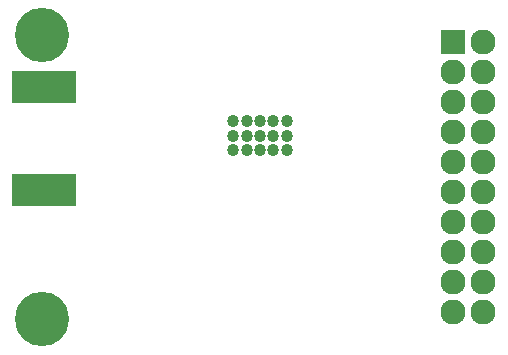
<source format=gbs>
G04 #@! TF.GenerationSoftware,KiCad,Pcbnew,(2017-01-24 revision 0b6147e)-makepkg*
G04 #@! TF.CreationDate,2018-02-06T10:22:29-08:00*
G04 #@! TF.ProjectId,sx1238RfModule,73783132333852664D6F64756C652E6B,rev?*
G04 #@! TF.FileFunction,Soldermask,Bot*
G04 #@! TF.FilePolarity,Negative*
%FSLAX46Y46*%
G04 Gerber Fmt 4.6, Leading zero omitted, Abs format (unit mm)*
G04 Created by KiCad (PCBNEW (2017-01-24 revision 0b6147e)-makepkg) date 02/06/18 10:22:29*
%MOMM*%
%LPD*%
G01*
G04 APERTURE LIST*
%ADD10C,0.100000*%
%ADD11C,1.035000*%
%ADD12R,5.480000X2.815000*%
%ADD13C,0.839000*%
%ADD14C,4.600000*%
%ADD15O,2.127200X2.127200*%
%ADD16R,2.127200X2.127200*%
G04 APERTURE END LIST*
D10*
D11*
X112260000Y-94101000D03*
X111130000Y-94101000D03*
X110000000Y-94101000D03*
X108870000Y-94101000D03*
X112260000Y-92885000D03*
X111130000Y-92885000D03*
X110000000Y-92885000D03*
X108870000Y-92885000D03*
X107740000Y-92885000D03*
X107740000Y-94101000D03*
X112260000Y-95317000D03*
X111130000Y-95317000D03*
X110000000Y-95317000D03*
X108870000Y-95317000D03*
X107740000Y-95317000D03*
D12*
X91760000Y-89967500D03*
X91760000Y-98732500D03*
D13*
X92310000Y-89967500D03*
X93060000Y-89967500D03*
X92310000Y-89100000D03*
X93060000Y-89100000D03*
X93060000Y-90850000D03*
X92260000Y-90850000D03*
X93060000Y-99600000D03*
X92310000Y-97850000D03*
X93060000Y-97850000D03*
X93060000Y-98717500D03*
X92310000Y-98717500D03*
X92260000Y-99600000D03*
D11*
X90480000Y-86690000D03*
X92680000Y-86690000D03*
X92680000Y-84490000D03*
X90380000Y-84490000D03*
X89980000Y-85590000D03*
X91580000Y-87290000D03*
X93180000Y-85590000D03*
X91580000Y-83990000D03*
D14*
X91580000Y-85590000D03*
D11*
X90480000Y-110750000D03*
X92680000Y-110750000D03*
X92680000Y-108550000D03*
X90380000Y-108550000D03*
X89980000Y-109650000D03*
X91580000Y-111350000D03*
X93180000Y-109650000D03*
X91580000Y-108050000D03*
D14*
X91580000Y-109650000D03*
D15*
X128920000Y-109050000D03*
X126380000Y-109050000D03*
X128920000Y-106510000D03*
X126380000Y-106510000D03*
X128920000Y-103970000D03*
X126380000Y-103970000D03*
X128920000Y-101430000D03*
X126380000Y-101430000D03*
X128920000Y-98890000D03*
X126380000Y-98890000D03*
X128920000Y-96350000D03*
X126380000Y-96350000D03*
X128920000Y-93810000D03*
X126380000Y-93810000D03*
X128920000Y-91270000D03*
X126380000Y-91270000D03*
X128920000Y-88730000D03*
X126380000Y-88730000D03*
X128920000Y-86190000D03*
D16*
X126380000Y-86190000D03*
M02*

</source>
